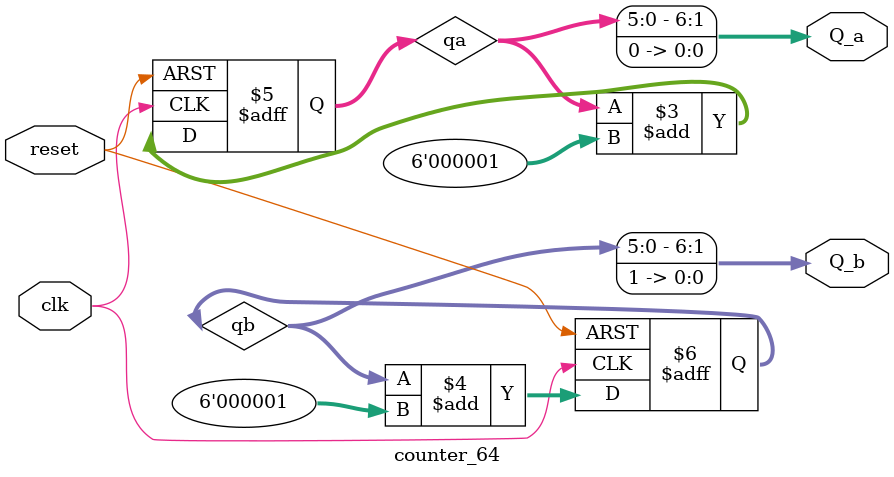
<source format=sv>
module counter_64 (
		input logic clk,
		input logic reset,
		output logic [6:0] Q_a,
		output logic [6:0] Q_b
		);
		
		logic [5:0] qa, qb;
		always_ff @(posedge clk or negedge reset) begin 
			if (!reset) begin
				qa <= 6'd0;
				qb <= 6'd0;
			end 
			else begin 
				qa <= qa + 6'd1;
				qb <= qb + 6'd1;
			end
		end 
		
		assign Q_a = {qa, 1'b0};
		assign Q_b = {qb, 1'b1};
endmodule
				
				
				
</source>
